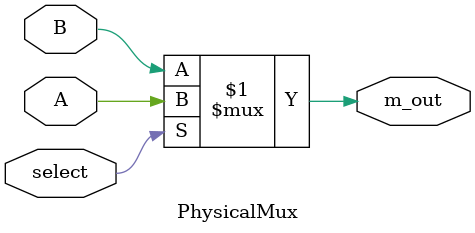
<source format=v>
module PhysicalMux (
	input A,
	input B,
	input select,
	output m_out
	
);

assign m_out = (select) ? A : B;

endmodule
</source>
